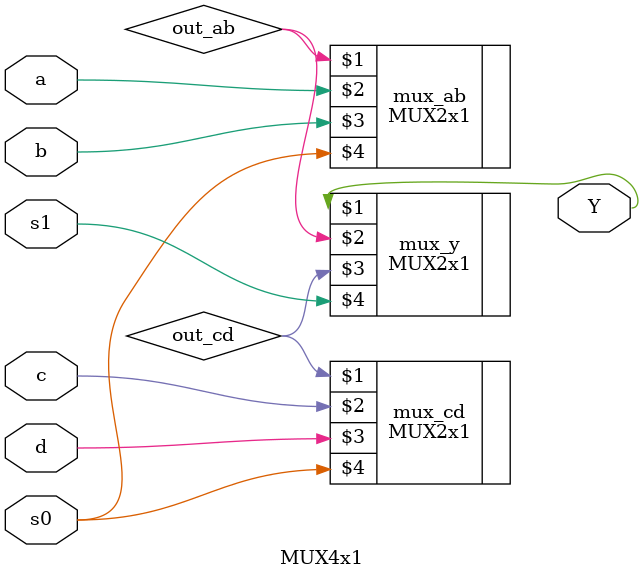
<source format=v>
`include "MUX2x1.v"

module MUX4x1(output Y, input a, b, c, d, s0, s1);
    wire out_ab, out_cd;
    MUX2x1 mux_ab(out_ab, a, b, s0);
    MUX2x1 mux_cd(out_cd, c, d, s0);

    MUX2x1 mux_y(Y, out_ab, out_cd, s1);

endmodule
</source>
